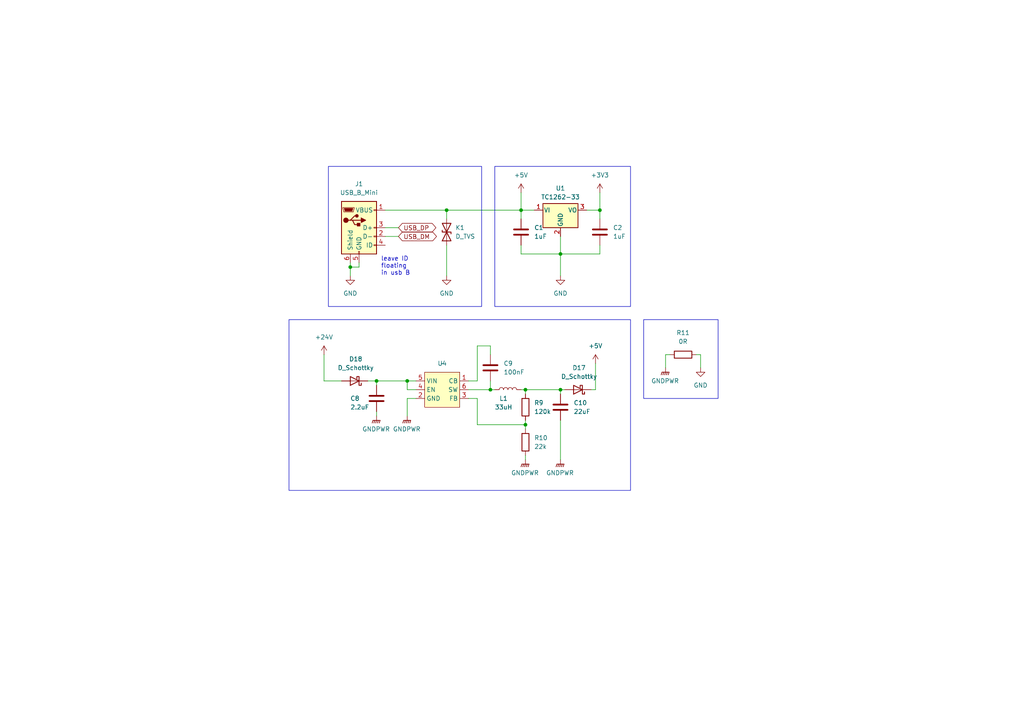
<source format=kicad_sch>
(kicad_sch (version 20230121) (generator eeschema)
  (paper "A4")
  (title_block (title "ledrunner") (date "2024-08-08") (rev "3"))
  (lib_symbols
    (symbol "Connector:USB_B_Mini" (pin_names (offset 1.016))
      (property "Reference" "J" (at -5.08 11.43 0))
      (property "Value" "USB_B_Mini" (at -5.08 8.89 0))
      (symbol "USB_B_Mini_0_1"
        (rectangle (start -5.08 -7.62) (end 5.08 7.62) (stroke (width 0.254)) (fill (type background)))
        (circle (center -3.81 2.159) (radius 0.635) (stroke (width 0.254)) (fill (type outline)))
        (circle (center -0.635 3.429) (radius 0.381) (stroke (width 0.254)) (fill (type outline)))
        (rectangle (start -0.127 -7.62) (end 0.127 -6.858))
        (polyline (pts (xy -1.905 2.159) (xy 0.635 2.159)) (stroke (width 0.254)))
        (polyline (pts (xy -3.175 2.159) (xy -2.54 2.159) (xy -1.27 3.429) (xy -0.635 3.429)) (stroke (width 0.254)))
        (polyline (pts (xy -2.54 2.159) (xy -1.905 2.159) (xy -1.27 0.889) (xy 0 0.889)) (stroke (width 0.254)))
        (polyline (pts (xy 0.635 2.794) (xy 0.635 1.524) (xy 1.905 2.159) (xy 0.635 2.794)) (stroke (width 0.254)) (fill (type outline)))
        (polyline (pts (xy -4.318 5.588) (xy -1.778 5.588) (xy -2.032 4.826) (xy -4.064 4.826) (xy -4.318 5.588)) (fill (type outline)))
        (polyline (pts (xy -4.699 5.842) (xy -4.699 5.588) (xy -4.445 4.826) (xy -4.445 4.572) (xy -1.651 4.572) (xy -1.651 4.826) (xy -1.397 5.588) (xy -1.397 5.842) (xy -4.699 5.842)))
        (rectangle (start 0.254 1.27) (end -0.508 0.508) (stroke (width 0.254)) (fill (type outline)))
        (rectangle (start 5.08 -5.207) (end 4.318 -4.953))
        (rectangle (start 5.08 -2.667) (end 4.318 -2.413))
        (rectangle (start 5.08 -0.127) (end 4.318 0.127))
        (rectangle (start 5.08 4.953) (end 4.318 5.207))
      )
      (symbol "USB_B_Mini_1_1"
        (pin power_out line (at 7.62 5.08 180) (length 2.54) (name "VBUS") (number "1"))
        (pin bidirectional line (at 7.62 -2.54 180) (length 2.54) (name "D-") (number "2"))
        (pin bidirectional line (at 7.62 0 180) (length 2.54) (name "D+") (number "3"))
        (pin passive line (at 7.62 -5.08 180) (length 2.54) (name "ID") (number "4"))
        (pin power_out line (at 0 -10.16 90) (length 2.54) (name "GND") (number "5"))
        (pin passive line (at -2.54 -10.16 90) (length 2.54) (name "Shield") (number "6"))
      )
    )
    (symbol "Custom:LMR516xx"
      (property "Reference" "U" (at 0 7.62 0))
      (symbol "LMR516xx_1_1"
        (rectangle (start -5.08 5.08) (end 5.08 -5.08) (fill (type background)))
        (pin bidirectional line (at 7.62 2.54 180) (length 2.54) (name "CB") (number "1"))
        (pin power_out line (at -7.62 -2.54 0) (length 2.54) (name "GND") (number "2"))
        (pin bidirectional line (at 7.62 -2.54 180) (length 2.54) (name "FB") (number "3"))
        (pin input line (at -7.62 0 0) (length 2.54) (name "EN") (number "4"))
        (pin input line (at -7.62 2.54 0) (length 2.54) (name "VIN") (number "5"))
        (pin bidirectional line (at 7.62 0 180) (length 2.54) (name "SW") (number "6"))
      )
    )
    (symbol "Device:C" (pin_numbers hide) (pin_names (offset 0.254))
      (property "Reference" "C" (at 0.635 2.54 0))
      (property "Value" "C" (at 0.635 -2.54 0))
      (symbol "C_0_1"
        (polyline (pts (xy -2.032 -0.762) (xy 2.032 -0.762)) (stroke (width 0.508)))
        (polyline (pts (xy -2.032 0.762) (xy 2.032 0.762)) (stroke (width 0.508)))
      )
      (symbol "C_1_1"
        (pin passive line (at 0 3.81 270) (length 2.794) (name "~") (number "1"))
        (pin passive line (at 0 -3.81 90) (length 2.794) (name "~") (number "2"))
      )
    )
    (symbol "Device:D_Schottky" (pin_numbers hide) (pin_names (offset 1.016) hide)
      (property "Reference" "D" (at 0 2.54 0))
      (property "Value" "D_Schottky" (at 0 -2.54 0))
      (symbol "D_Schottky_0_1"
        (polyline (pts (xy 1.27 0) (xy -1.27 0)))
        (polyline (pts (xy 1.27 1.27) (xy 1.27 -1.27) (xy -1.27 0) (xy 1.27 1.27)) (stroke (width 0.254)))
        (polyline (pts (xy -1.905 0.635) (xy -1.905 1.27) (xy -1.27 1.27) (xy -1.27 -1.27) (xy -0.635 -1.27) (xy -0.635 -0.635)) (stroke (width 0.254)))
      )
      (symbol "D_Schottky_1_1"
        (pin passive line (at -3.81 0 0) (length 2.54) (name "K") (number "1"))
        (pin passive line (at 3.81 0 180) (length 2.54) (name "A") (number "2"))
      )
    )
    (symbol "Device:D_TVS" (pin_numbers hide) (pin_names (offset 1.016) hide)
      (property "Reference" "D" (at 0 2.54 0))
      (property "Value" "D_TVS" (at 0 -2.54 0))
      (symbol "D_TVS_0_1"
        (polyline (pts (xy 1.27 0) (xy -1.27 0)))
        (polyline (pts (xy 0.508 1.27) (xy 0 1.27) (xy 0 -1.27) (xy -0.508 -1.27)) (stroke (width 0.254)))
        (polyline (pts (xy -2.54 1.27) (xy -2.54 -1.27) (xy 2.54 1.27) (xy 2.54 -1.27) (xy -2.54 1.27)) (stroke (width 0.254)))
      )
      (symbol "D_TVS_1_1"
        (pin passive line (at -3.81 0 0) (length 2.54) (name "A1") (number "1"))
        (pin passive line (at 3.81 0 180) (length 2.54) (name "A2") (number "2"))
      )
    )
    (symbol "Device:L" (pin_numbers hide) (pin_names (offset 1.016) hide)
      (property "Reference" "L" (at -1.27 0 90))
      (property "Value" "L" (at 1.905 0 90))
      (symbol "L_0_1"
        (arc (start 0 -2.54) (mid 0.6323 -1.905) (end 0 -1.27))
        (arc (start 0 -1.27) (mid 0.6323 -0.635) (end 0 0))
        (arc (start 0 0) (mid 0.6323 0.635) (end 0 1.27))
        (arc (start 0 1.27) (mid 0.6323 1.905) (end 0 2.54))
      )
      (symbol "L_1_1"
        (pin passive line (at 0 3.81 270) (length 1.27) (name "1") (number "1"))
        (pin passive line (at 0 -3.81 90) (length 1.27) (name "2") (number "2"))
      )
    )
    (symbol "Device:R" (pin_numbers hide) (pin_names (offset 0))
      (property "Reference" "R" (at 2.032 0 90))
      (property "Value" "R" (at 0 0 90))
      (symbol "R_0_1"
        (rectangle (start -1.016 -2.54) (end 1.016 2.54) (stroke (width 0.254)))
      )
      (symbol "R_1_1"
        (pin passive line (at 0 3.81 270) (length 1.27) (name "~") (number "1"))
        (pin passive line (at 0 -3.81 90) (length 1.27) (name "~") (number "2"))
      )
    )
    (symbol "Regulator_Linear:TC1262-33" (pin_names (offset 0.254))
      (property "Reference" "U" (at -3.81 3.175 0))
      (property "Value" "TC1262-33" (at 0 3.175 0))
      (symbol "TC1262-33_1_1"
        (rectangle (start -5.08 1.905) (end 5.08 -5.08) (stroke (width 0.254)) (fill (type background)))
        (pin power_in line (at -7.62 0 0) (length 2.54) (name "VI") (number "1"))
        (pin power_in line (at 0 -7.62 90) (length 2.54) (name "GND") (number "2"))
        (pin power_out line (at 7.62 0 180) (length 2.54) (name "VO") (number "3"))
      )
    )
    (symbol "power:+24V" (power) (pin_names (offset 0))
      (property "Value" "+24V" (at 0 3.556 0))
      (symbol "+24V_0_1"
        (polyline (pts (xy -0.762 1.27) (xy 0 2.54)))
        (polyline (pts (xy 0 0) (xy 0 2.54)))
        (polyline (pts (xy 0 2.54) (xy 0.762 1.27)))
      )
      (symbol "+24V_1_1"
        (pin power_in line (at 0 0 90) (length 0) hide (name "+24V") (number "1"))
      )
    )
    (symbol "power:+3V3" (power) (pin_names (offset 0))
      (property "Value" "+3V3" (at 0 3.556 0))
      (symbol "+3V3_0_1"
        (polyline (pts (xy -0.762 1.27) (xy 0 2.54)))
        (polyline (pts (xy 0 0) (xy 0 2.54)))
        (polyline (pts (xy 0 2.54) (xy 0.762 1.27)))
      )
      (symbol "+3V3_1_1"
        (pin power_in line (at 0 0 90) (length 0) hide (name "+3V3") (number "1"))
      )
    )
    (symbol "power:+5V" (power) (pin_names (offset 0))
      (property "Value" "+5V" (at 0 3.556 0))
      (symbol "+5V_0_1"
        (polyline (pts (xy -0.762 1.27) (xy 0 2.54)))
        (polyline (pts (xy 0 0) (xy 0 2.54)))
        (polyline (pts (xy 0 2.54) (xy 0.762 1.27)))
      )
      (symbol "+5V_1_1"
        (pin power_in line (at 0 0 90) (length 0) hide (name "+5V") (number "1"))
      )
    )
    (symbol "power:GND" (power) (pin_names (offset 0))
      (property "Value" "GND" (at 0 -3.81 0))
      (symbol "GND_0_1"
        (polyline (pts (xy 0 0) (xy 0 -1.27) (xy 1.27 -1.27) (xy 0 -2.54) (xy -1.27 -1.27) (xy 0 -1.27)))
      )
      (symbol "GND_1_1"
        (pin power_in line (at 0 0 270) (length 0) hide (name "GND") (number "1"))
      )
    )
    (symbol "power:GNDPWR" (power) (pin_names (offset 0))
      (property "Value" "GNDPWR" (at 0 -3.302 0))
      (symbol "GNDPWR_0_1"
        (polyline (pts (xy 0 -1.27) (xy 0 0)))
        (polyline (pts (xy -1.016 -1.27) (xy -1.27 -2.032) (xy -1.27 -2.032)) (stroke (width 0.2032)))
        (polyline (pts (xy -0.508 -1.27) (xy -0.762 -2.032) (xy -0.762 -2.032)) (stroke (width 0.2032)))
        (polyline (pts (xy 0 -1.27) (xy -0.254 -2.032) (xy -0.254 -2.032)) (stroke (width 0.2032)))
        (polyline (pts (xy 0.508 -1.27) (xy 0.254 -2.032) (xy 0.254 -2.032)) (stroke (width 0.2032)))
        (polyline (pts (xy 1.016 -1.27) (xy -1.016 -1.27) (xy -1.016 -1.27)) (stroke (width 0.2032)))
        (polyline (pts (xy 1.016 -1.27) (xy 0.762 -2.032) (xy 0.762 -2.032) (xy 0.762 -2.032)) (stroke (width 0.2032)))
      )
      (symbol "GNDPWR_1_1"
        (pin power_in line (at 0 0 270) (length 0) hide (name "GNDPWR") (number "1"))
      )
    )
  )
  (junction (at 142.24 113.03))
  (junction (at 101.6 77.47))
  (junction (at 162.56 113.03))
  (junction (at 129.54 60.96))
  (junction (at 118.11 110.49))
  (junction (at 152.4 113.03))
  (junction (at 151.13 60.96))
  (junction (at 162.56 73.66))
  (junction (at 109.22 110.49))
  (junction (at 173.99 60.96))
  (junction (at 152.4 123.19))
  (wire (pts (xy 109.22 110.49) (xy 118.11 110.49)))
  (wire (pts (xy 101.6 76.2) (xy 101.6 77.47)))
  (wire (pts (xy 173.99 60.96) (xy 170.18 60.96)))
  (wire (pts (xy 173.99 60.96) (xy 173.99 63.5)))
  (wire (pts (xy 152.4 123.19) (xy 152.4 124.46)))
  (wire (pts (xy 111.76 68.58) (xy 115.57 68.58)))
  (wire (pts (xy 104.14 76.2) (xy 104.14 77.47)))
  (wire (pts (xy 201.93 102.87) (xy 203.2 102.87)))
  (wire (pts (xy 93.98 102.87) (xy 93.98 110.49)))
  (wire (pts (xy 129.54 71.12) (xy 129.54 80.01)))
  (wire (pts (xy 109.22 119.38) (xy 109.22 120.65)))
  (wire (pts (xy 151.13 55.88) (xy 151.13 60.96)))
  (wire (pts (xy 135.89 113.03) (xy 142.24 113.03)))
  (wire (pts (xy 152.4 132.08) (xy 152.4 133.35)))
  (wire (pts (xy 138.43 115.57) (xy 135.89 115.57)))
  (wire (pts (xy 154.94 60.96) (xy 151.13 60.96)))
  (wire (pts (xy 172.72 113.03) (xy 171.45 113.03)))
  (wire (pts (xy 142.24 113.03) (xy 142.24 110.49)))
  (wire (pts (xy 104.14 77.47) (xy 101.6 77.47)))
  (wire (pts (xy 151.13 60.96) (xy 151.13 63.5)))
  (wire (pts (xy 111.76 66.04) (xy 115.57 66.04)))
  (wire (pts (xy 118.11 115.57) (xy 120.65 115.57)))
  (wire (pts (xy 129.54 60.96) (xy 129.54 63.5)))
  (wire (pts (xy 193.04 102.87) (xy 193.04 106.68)))
  (wire (pts (xy 162.56 73.66) (xy 173.99 73.66)))
  (wire (pts (xy 142.24 100.33) (xy 142.24 102.87)))
  (wire (pts (xy 93.98 110.49) (xy 99.06 110.49)))
  (wire (pts (xy 120.65 113.03) (xy 118.11 113.03)))
  (wire (pts (xy 173.99 55.88) (xy 173.99 60.96)))
  (wire (pts (xy 101.6 77.47) (xy 101.6 80.01)))
  (wire (pts (xy 151.13 71.12) (xy 151.13 73.66)))
  (wire (pts (xy 142.24 113.03) (xy 143.51 113.03)))
  (wire (pts (xy 194.31 102.87) (xy 193.04 102.87)))
  (wire (pts (xy 151.13 113.03) (xy 152.4 113.03)))
  (wire (pts (xy 138.43 110.49) (xy 138.43 100.33)))
  (wire (pts (xy 173.99 73.66) (xy 173.99 71.12)))
  (wire (pts (xy 162.56 113.03) (xy 163.83 113.03)))
  (wire (pts (xy 162.56 68.58) (xy 162.56 73.66)))
  (wire (pts (xy 172.72 113.03) (xy 172.72 105.41)))
  (wire (pts (xy 162.56 113.03) (xy 162.56 114.3)))
  (wire (pts (xy 135.89 110.49) (xy 138.43 110.49)))
  (wire (pts (xy 138.43 115.57) (xy 138.43 123.19)))
  (wire (pts (xy 138.43 123.19) (xy 152.4 123.19)))
  (wire (pts (xy 162.56 73.66) (xy 162.56 80.01)))
  (wire (pts (xy 109.22 110.49) (xy 109.22 111.76)))
  (wire (pts (xy 162.56 121.92) (xy 162.56 133.35)))
  (wire (pts (xy 106.68 110.49) (xy 109.22 110.49)))
  (wire (pts (xy 203.2 102.87) (xy 203.2 106.68)))
  (wire (pts (xy 138.43 100.33) (xy 142.24 100.33)))
  (wire (pts (xy 152.4 113.03) (xy 162.56 113.03)))
  (wire (pts (xy 152.4 113.03) (xy 152.4 114.3)))
  (wire (pts (xy 118.11 110.49) (xy 120.65 110.49)))
  (wire (pts (xy 152.4 123.19) (xy 152.4 121.92)))
  (wire (pts (xy 129.54 60.96) (xy 151.13 60.96)))
  (wire (pts (xy 118.11 113.03) (xy 118.11 110.49)))
  (wire (pts (xy 118.11 115.57) (xy 118.11 120.65)))
  (wire (pts (xy 151.13 73.66) (xy 162.56 73.66)))
  (wire (pts (xy 111.76 60.96) (xy 129.54 60.96)))
  (rectangle (start 95.25 48.26) (end 139.7 88.9))
  (rectangle (start 83.82 92.71) (end 182.88 142.24))
  (rectangle (start 186.69 92.71) (end 208.28 115.57))
  (rectangle (start 143.51 48.26) (end 182.88 88.9))
  (text "C grössen? L grösse wirklich ok?\nL = SRN6045HA-330M\npins von SWD /wirklich/ korrekt?\n2.2uF 0603 smd bei 24V???\nSchottky Dioden (Zuhause?) (und sonstiges bestellen?!)\nBeschaltung vom Buck korrekt? (enable?)" (at 30.48 -11.43 0) (effects (font (size 1.27 1.27)) (justify left bottom)))
  (text "leave ID \nfloating\nin usb B" (at 110.49 80.01 0) (effects (font (size 1.27 1.27)) (justify left bottom)))
  (global_label "USB_DP" (shape bidirectional) (at 115.57 66.04 0) (property "Intersheetrefs" "${INTERSHEET_REFS}" (effects hide)))
  (global_label "USB_DM" (shape bidirectional) (at 115.57 68.58 0) (property "Intersheetrefs" "${INTERSHEET_REFS}" (effects hide)))
  (symbol (lib_id "power:+5V") (at 172.72 105.41 0) (unit 1)
    (property "Reference" "#PWR021" (effects hide))
    (property "Value" "+5V" (at 172.72 100.33 0))
  )
  (symbol (lib_id "Device:L") (at 147.32 113.03 90) (unit 1)
    (property "Reference" "L1" (at 146.05 115.57 90))
    (property "Value" "33uH" (at 146.05 118.11 90))
    (property "Footprint" "Inductor_SMD:L_6.3x6.3_H3" (effects hide))
    (property "Datasheet" "https://www.digikey.ch/de/products/detail/bourns-inc/SRN6045HA-330M/15219544" (effects hide))
  )
  (symbol (lib_id "power:GNDPWR") (at 118.11 120.65 0) (unit 1)
    (property "Reference" "#PWR023" (effects hide))
    (property "Value" "GNDPWR" (at 117.983 124.46 0))
  )
  (symbol (lib_id "power:+24V") (at 93.98 102.87 0) (unit 1)
    (property "Reference" "#PWR020" (effects hide))
    (property "Value" "+24V" (at 93.98 97.79 0))
  )
  (symbol (lib_id "power:+5V") (at 151.13 55.88 0) (unit 1)
    (property "Reference" "#PWR03" (effects hide))
    (property "Value" "+5V" (at 151.13 50.8 0))
  )
  (symbol (lib_id "Device:R") (at 198.12 102.87 90) (unit 1)
    (property "Reference" "R11" (at 198.12 96.52 90))
    (property "Value" "0R" (at 198.12 99.06 90))
    (property "Footprint" "Resistor_SMD:R_0603_1608Metric_Pad0.98x0.95mm_HandSolder" (effects hide))
  )
  (symbol (lib_id "Device:D_Schottky") (at 167.64 113.03 180) (unit 1)
    (property "Reference" "D17" (at 167.9575 106.68 0))
    (property "Value" "D_Schottky" (at 167.9575 109.22 0))
    (property "Footprint" "Diode_SMD:D_SMB" (effects hide))
    (property "Datasheet" "https://www.digikey.ch/de/products/detail/micro-commercial-co/SL115B-TP/16032650" (effects hide))
  )
  (symbol (lib_id "power:GND") (at 101.6 80.01 0) (unit 1)
    (property "Reference" "#PWR01" (effects hide))
    (property "Value" "GND" (at 101.6 85.09 0))
  )
  (symbol (lib_id "power:GNDPWR") (at 152.4 133.35 0) (unit 1)
    (property "Reference" "#PWR024" (effects hide))
    (property "Value" "GNDPWR" (at 152.273 137.16 0))
  )
  (symbol (lib_id "power:GNDPWR") (at 109.22 120.65 0) (unit 1)
    (property "Reference" "#PWR022" (effects hide))
    (property "Value" "GNDPWR" (at 109.093 124.46 0))
  )
  (symbol (lib_id "Device:C") (at 162.56 118.11 0) (unit 1)
    (property "Reference" "C10" (at 166.37 116.84 0) (effects (justify left)))
    (property "Value" "22uF" (at 166.37 119.38 0) (effects (justify left)))
    (property "Footprint" "Capacitor_SMD:C_Elec_5x5.4" (effects hide))
  )
  (symbol (lib_id "Connector:USB_B_Mini") (at 104.14 66.04 0) (unit 1)
    (property "Reference" "J1" (at 104.14 53.34 0))
    (property "Value" "USB_B_Mini" (at 104.14 55.88 0))
    (property "Footprint" "Connector_USB:USB_Mini-B_Wuerth_65100516121_Horizontal" (effects hide))
    (property "Datasheet" "https://www.digikey.ch/de/products/detail/hirose-electric-co-ltd/UX60SC-MB-5ST-80/2004569" (effects hide))
  )
  (symbol (lib_id "Device:D_Schottky") (at 102.87 110.49 180) (unit 1)
    (property "Reference" "D18" (at 103.1875 104.14 0))
    (property "Value" "D_Schottky" (at 103.1875 106.68 0))
    (property "Footprint" "Diode_SMD:D_SMB" (effects hide))
    (property "Datasheet" "https://www.digikey.ch/de/products/detail/micro-commercial-co/SL115B-TP/16032650" (effects hide))
  )
  (symbol (lib_id "power:GND") (at 203.2 106.68 0) (unit 1)
    (property "Reference" "#PWR027" (effects hide))
    (property "Value" "GND" (at 203.2 111.76 0))
  )
  (symbol (lib_id "power:GND") (at 129.54 80.01 0) (unit 1)
    (property "Reference" "#PWR02" (effects hide))
    (property "Value" "GND" (at 129.54 85.09 0))
  )
  (symbol (lib_id "Regulator_Linear:TC1262-33") (at 162.56 60.96 0) (unit 1)
    (property "Reference" "U1" (at 162.56 54.61 0))
    (property "Value" "TC1262-33" (at 162.56 57.15 0))
    (property "Footprint" "Package_TO_SOT_SMD:SOT-223-3_TabPin2" (effects hide))
    (property "Datasheet" "https://www.digikey.ch/de/products/detail/microchip-technology/TC1262-3-3VDBTR/443194" (effects hide))
  )
  (symbol (lib_id "Device:C") (at 142.24 106.68 0) (unit 1)
    (property "Reference" "C9" (at 146.05 105.41 0) (effects (justify left)))
    (property "Value" "100nF" (at 146.05 107.95 0) (effects (justify left)))
    (property "Footprint" "Capacitor_SMD:C_0603_1608Metric_Pad1.08x0.95mm_HandSolder" (effects hide))
  )
  (symbol (lib_id "power:GND") (at 162.56 80.01 0) (unit 1)
    (property "Reference" "#PWR04" (effects hide))
    (property "Value" "GND" (at 162.56 85.09 0))
  )
  (symbol (lib_id "Device:C") (at 109.22 115.57 0) (unit 1)
    (property "Reference" "C8" (at 101.6 115.57 0) (effects (justify left)))
    (property "Value" "2.2uF" (at 101.6 118.11 0) (effects (justify left)))
    (property "Footprint" "Capacitor_SMD:C_0603_1608Metric_Pad1.08x0.95mm_HandSolder" (effects hide))
    (property "Datasheet" "https://www.digikey.ch/de/products/detail/tdk-corporation/CGA3E2X7R1H222K080AA/2443138" (effects hide))
  )
  (symbol (lib_id "power:GNDPWR") (at 193.04 106.68 0) (unit 1)
    (property "Reference" "#PWR026" (effects hide))
    (property "Value" "GNDPWR" (at 192.913 110.49 0))
  )
  (symbol (lib_id "Device:R") (at 152.4 128.27 0) (unit 1)
    (property "Reference" "R10" (at 154.94 127 0) (effects (justify left)))
    (property "Value" "22k" (at 154.94 129.54 0) (effects (justify left)))
    (property "Footprint" "Resistor_SMD:R_0603_1608Metric_Pad0.98x0.95mm_HandSolder" (effects hide))
  )
  (symbol (lib_id "Device:R") (at 152.4 118.11 0) (unit 1)
    (property "Reference" "R9" (at 154.94 116.84 0) (effects (justify left)))
    (property "Value" "120k" (at 154.94 119.38 0) (effects (justify left)))
    (property "Footprint" "Resistor_SMD:R_0603_1608Metric_Pad0.98x0.95mm_HandSolder" (effects hide))
  )
  (symbol (lib_id "power:+3V3") (at 173.99 55.88 0) (unit 1)
    (property "Reference" "#PWR05" (effects hide))
    (property "Value" "+3V3" (at 173.99 50.8 0))
  )
  (symbol (lib_id "Custom:LMR516xx") (at 128.27 113.03 0) (unit 1)
    (property "Reference" "U4" (at 128.27 105.41 0))
    (property "Value" "~" (at 128.27 105.41 0))
    (property "Footprint" "Package_TO_SOT_SMD:SOT-23-6" (effects hide))
    (property "Datasheet" "https://www.digikey.ch/de/products/detail/texas-instruments/LMR51610YFDBVR/22286738" (effects hide))
  )
  (symbol (lib_id "power:GNDPWR") (at 162.56 133.35 0) (unit 1)
    (property "Reference" "#PWR025" (effects hide))
    (property "Value" "GNDPWR" (at 162.433 137.16 0))
  )
  (symbol (lib_id "Device:C") (at 173.99 67.31 0) (unit 1)
    (property "Reference" "C2" (at 177.8 66.04 0) (effects (justify left)))
    (property "Value" "1uF" (at 177.8 68.58 0) (effects (justify left)))
    (property "Footprint" "Capacitor_SMD:C_0603_1608Metric_Pad1.08x0.95mm_HandSolder" (effects hide))
  )
  (symbol (lib_id "Device:C") (at 151.13 67.31 0) (unit 1)
    (property "Reference" "C1" (at 154.94 66.04 0) (effects (justify left)))
    (property "Value" "1uF" (at 154.94 68.58 0) (effects (justify left)))
    (property "Footprint" "Capacitor_SMD:C_0603_1608Metric_Pad1.08x0.95mm_HandSolder" (effects hide))
  )
  (symbol (lib_id "Device:D_TVS") (at 129.54 67.31 90) (unit 1)
    (property "Reference" "K1" (at 132.08 66.04 90) (effects (justify right)))
    (property "Value" "D_TVS" (at 132.08 68.58 90) (effects (justify right)))
    (property "Footprint" "Diode_SMD:D_SMB_Handsoldering" (effects hide))
    (property "Datasheet" "https://www.digikey.ch/de/products/detail/diodes-incorporated/SMBJ5-0CA-13-F/749991" (effects hide))
  )
)
</source>
